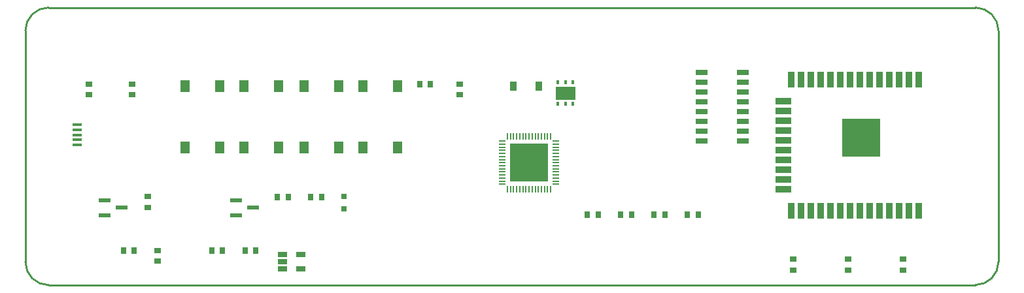
<source format=gtp>
G04*
G04 #@! TF.GenerationSoftware,Altium Limited,Altium Designer,18.1.9 (240)*
G04*
G04 Layer_Color=8421504*
%FSLAX44Y44*%
%MOMM*%
G71*
G01*
G75*
%ADD16C,0.2540*%
%ADD18R,0.9000X2.0000*%
%ADD19R,2.0000X0.9000*%
%ADD20R,5.0000X5.0000*%
%ADD21R,0.9000X0.8000*%
%ADD22R,0.8400X0.2200*%
%ADD23R,0.2200X0.8400*%
%ADD24R,4.9500X4.9500*%
%ADD25R,1.2000X0.4500*%
%ADD26R,0.8000X0.9000*%
%ADD27R,1.5240X0.6350*%
%ADD28R,1.3000X0.7000*%
%ADD29R,0.8000X0.8000*%
%ADD30R,1.6000X0.6000*%
%ADD31R,0.4500X0.6000*%
%ADD32R,2.6000X1.8000*%
%ADD33R,0.9140X1.2190*%
%ADD34R,1.3000X1.5499*%
G36*
X927090Y1022340D02*
Y1040740D01*
X945490D01*
Y1022340D01*
X927090D01*
D02*
G37*
G36*
Y1047140D02*
Y1065540D01*
X945490D01*
Y1047140D01*
X927090D01*
D02*
G37*
G36*
X951890Y1022340D02*
Y1040740D01*
X970290D01*
Y1022340D01*
X951890D01*
D02*
G37*
G36*
Y1047140D02*
Y1065540D01*
X970290D01*
Y1047140D01*
X951890D01*
D02*
G37*
G36*
X1394221Y1092657D02*
Y1060989D01*
X1362531D01*
Y1092657D01*
X1394221D01*
D02*
G37*
D16*
X326500Y1245220D02*
G03*
X296500Y1215220I0J-30000D01*
G01*
X1556500D02*
G03*
X1526500Y1245220I-30000J0D01*
G01*
Y885220D02*
G03*
X1556500Y915220I0J30000D01*
G01*
X296500D02*
G03*
X326500Y885220I30000J0D01*
G01*
X296500Y915220D02*
Y1215220D01*
X326500Y1244970D02*
X1526500D01*
X326500Y885220D02*
X1526500D01*
X1556500Y915220D02*
Y1215220D01*
D18*
X1453410Y981800D02*
D03*
X1440710D02*
D03*
X1428010D02*
D03*
X1415310D02*
D03*
X1402610D02*
D03*
X1389910D02*
D03*
X1377210D02*
D03*
X1364510D02*
D03*
X1351810D02*
D03*
X1339110D02*
D03*
X1326410D02*
D03*
X1313710D02*
D03*
X1301010D02*
D03*
X1288310D02*
D03*
Y1151800D02*
D03*
X1301010D02*
D03*
X1313710D02*
D03*
X1326410D02*
D03*
X1339110D02*
D03*
X1351810D02*
D03*
X1364510D02*
D03*
X1377210D02*
D03*
X1389910D02*
D03*
X1402610D02*
D03*
X1415310D02*
D03*
X1428010D02*
D03*
X1440710D02*
D03*
X1453410D02*
D03*
D19*
X1278310Y1009650D02*
D03*
Y1022350D02*
D03*
Y1035050D02*
D03*
Y1047750D02*
D03*
Y1060450D02*
D03*
Y1073150D02*
D03*
Y1085850D02*
D03*
Y1098550D02*
D03*
Y1111250D02*
D03*
Y1123950D02*
D03*
D20*
X1378410Y1076800D02*
D03*
D21*
X1432560Y904860D02*
D03*
Y918860D02*
D03*
X1361440Y904860D02*
D03*
Y918860D02*
D03*
X1290320Y904860D02*
D03*
Y918860D02*
D03*
X467360Y916290D02*
D03*
Y930290D02*
D03*
X454660Y986140D02*
D03*
Y1000140D02*
D03*
X858520Y1132190D02*
D03*
Y1146190D02*
D03*
X434340Y1132190D02*
D03*
Y1146190D02*
D03*
X378460Y1132190D02*
D03*
Y1146190D02*
D03*
D22*
X983140Y1015940D02*
D03*
Y1019940D02*
D03*
Y1023940D02*
D03*
Y1027940D02*
D03*
Y1031940D02*
D03*
Y1035940D02*
D03*
Y1039940D02*
D03*
Y1043940D02*
D03*
Y1047940D02*
D03*
Y1051940D02*
D03*
Y1055940D02*
D03*
Y1059940D02*
D03*
Y1063940D02*
D03*
Y1067940D02*
D03*
Y1071940D02*
D03*
X914240D02*
D03*
Y1067940D02*
D03*
Y1063940D02*
D03*
Y1059940D02*
D03*
Y1055940D02*
D03*
Y1051940D02*
D03*
Y1047940D02*
D03*
Y1043940D02*
D03*
Y1039940D02*
D03*
Y1035940D02*
D03*
Y1031940D02*
D03*
Y1027940D02*
D03*
Y1023940D02*
D03*
Y1019940D02*
D03*
Y1015940D02*
D03*
D23*
X920690Y1009490D02*
D03*
X924690D02*
D03*
X928690D02*
D03*
X932690D02*
D03*
X936690D02*
D03*
X940690D02*
D03*
X944690D02*
D03*
X948690D02*
D03*
X952690D02*
D03*
X956690D02*
D03*
X960690D02*
D03*
X964690D02*
D03*
X968690D02*
D03*
X972690D02*
D03*
X976690D02*
D03*
Y1078390D02*
D03*
X972690D02*
D03*
X968690D02*
D03*
X964690D02*
D03*
X960690D02*
D03*
X956690D02*
D03*
X952690D02*
D03*
X948690D02*
D03*
X944690D02*
D03*
X940690D02*
D03*
X936690D02*
D03*
X932690D02*
D03*
X928690D02*
D03*
X924690D02*
D03*
X920690D02*
D03*
D24*
X948690Y1043940D02*
D03*
D25*
X363680Y1092940D02*
D03*
Y1086440D02*
D03*
Y1079940D02*
D03*
Y1073440D02*
D03*
Y1066940D02*
D03*
D26*
X1153780Y976630D02*
D03*
X1167780D02*
D03*
X1110600D02*
D03*
X1124600D02*
D03*
X1067420D02*
D03*
X1081420D02*
D03*
X1024240D02*
D03*
X1038240D02*
D03*
X581010Y929640D02*
D03*
X595010D02*
D03*
X537830D02*
D03*
X551830D02*
D03*
X423530D02*
D03*
X437530D02*
D03*
X666100Y999490D02*
D03*
X680100D02*
D03*
X622920D02*
D03*
X636920D02*
D03*
X807070Y1145540D02*
D03*
X821070D02*
D03*
D27*
X1225829Y1084580D02*
D03*
X1171931Y1109980D02*
D03*
X1225829Y1071880D02*
D03*
Y1097280D02*
D03*
Y1109980D02*
D03*
X1171931Y1097280D02*
D03*
Y1122680D02*
D03*
Y1135380D02*
D03*
X1225829D02*
D03*
X1171931Y1160780D02*
D03*
X1225829Y1122680D02*
D03*
Y1148080D02*
D03*
X1171931D02*
D03*
X1225829Y1160780D02*
D03*
X1171931Y1084580D02*
D03*
Y1071880D02*
D03*
D28*
X629350Y925170D02*
D03*
Y915670D02*
D03*
Y906170D02*
D03*
X653350D02*
D03*
Y925170D02*
D03*
D29*
X708660Y984250D02*
D03*
Y1000250D02*
D03*
D30*
X569390Y995020D02*
D03*
Y976020D02*
D03*
X591390Y985520D02*
D03*
X399210Y995020D02*
D03*
Y976020D02*
D03*
X421210Y985520D02*
D03*
D31*
X986180Y1148110D02*
D03*
X995680Y1120110D02*
D03*
X1005180Y1148110D02*
D03*
X995680D02*
D03*
X986180Y1120110D02*
D03*
X1005180D02*
D03*
D32*
X995680Y1134110D02*
D03*
D33*
X928497Y1143000D02*
D03*
X961263D02*
D03*
D34*
X733151Y1063879D02*
D03*
Y1143381D02*
D03*
X778149Y1063879D02*
D03*
Y1143381D02*
D03*
X656951Y1063879D02*
D03*
Y1143381D02*
D03*
X701949Y1063879D02*
D03*
Y1143381D02*
D03*
X579481Y1063879D02*
D03*
Y1143381D02*
D03*
X624479Y1063879D02*
D03*
Y1143381D02*
D03*
X503281Y1063879D02*
D03*
Y1143381D02*
D03*
X548279Y1063879D02*
D03*
Y1143381D02*
D03*
M02*

</source>
